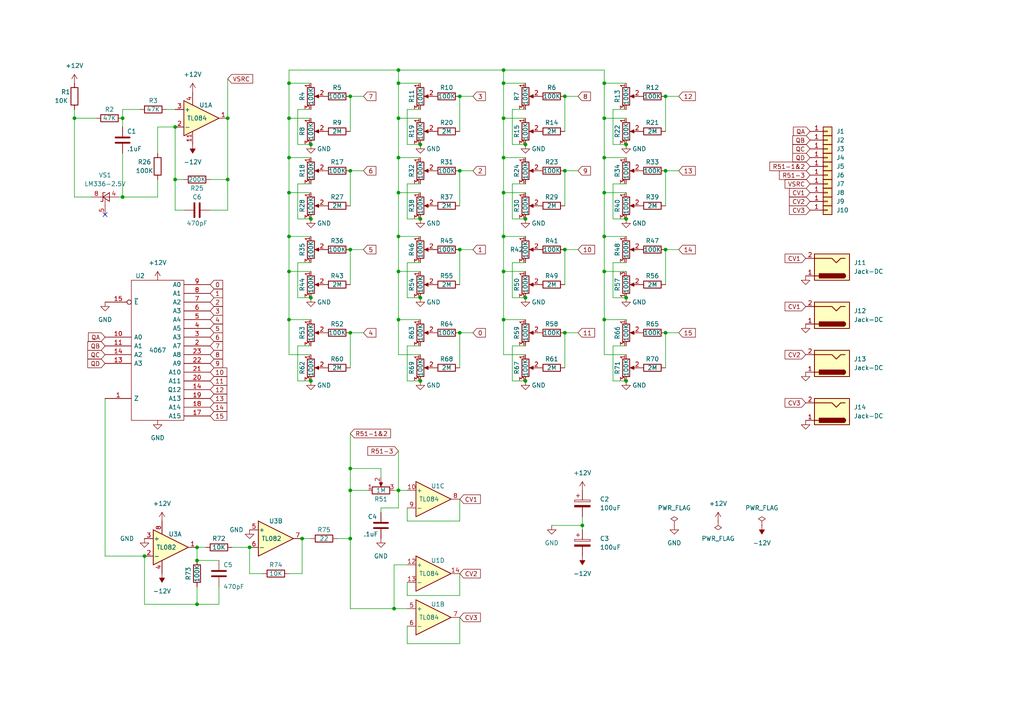
<source format=kicad_sch>
(kicad_sch (version 20211123) (generator eeschema)
  (paper "A4")
  (lib_symbols
    (symbol "4xxx_IEEE:4067" (pin_names (offset 0.762))
      (property "Reference" "U" (at 6.35 21.59 0))
      (property "Value" "4067" (at 7.62 -22.86 0))
      (symbol "4067_1_1"
        (pin input line (at -15.24 -13.97 0) (length 7.62) (name "Z") (number "1"))
        (pin input line (at -15.24 3.81 0) (length 7.62) (name "A0") (number "10"))
        (pin input line (at -15.24 1.27 0) (length 7.62) (name "A1") (number "11"))
        (pin power_in line (at 0 -20.32 90) (length 0) hide (name "Vss") (number "12"))
        (pin input line (at -15.24 -3.81 0) (length 7.62) (name "A3") (number "13"))
        (pin input line (at -15.24 -1.27 0) (length 7.62) (name "A2") (number "14"))
        (pin output line (at 15.24 -11.43 180) (length 7.62) (name "Q12") (number "14"))
        (pin input inverted (at -15.24 13.97 0) (length 7.62) (name "~{E}") (number "15"))
        (pin output line (at 15.24 -19.05 180) (length 7.62) (name "A15") (number "17"))
        (pin output line (at 15.24 -16.51 180) (length 7.62) (name "A14") (number "18"))
        (pin output line (at 15.24 -13.97 180) (length 7.62) (name "A13") (number "19"))
        (pin output line (at 15.24 1.27 180) (length 7.62) (name "A7") (number "2"))
        (pin output line (at 15.24 -8.89 180) (length 7.62) (name "A11") (number "20"))
        (pin output line (at 15.24 -6.35 180) (length 7.62) (name "A10") (number "21"))
        (pin output line (at 15.24 -3.81 180) (length 7.62) (name "A9") (number "22"))
        (pin output line (at 15.24 -1.27 180) (length 7.62) (name "A8") (number "23"))
        (pin power_in line (at 0 20.32 270) (length 0) hide (name "Vdd") (number "24"))
        (pin output line (at 15.24 3.81 180) (length 7.62) (name "A3") (number "3"))
        (pin output line (at 15.24 6.35 180) (length 7.62) (name "A5") (number "4"))
        (pin output line (at 15.24 8.89 180) (length 7.62) (name "A4") (number "5"))
        (pin output line (at 15.24 11.43 180) (length 7.62) (name "A3") (number "6"))
        (pin output line (at 15.24 13.97 180) (length 7.62) (name "A2") (number "7"))
        (pin output line (at 15.24 16.51 180) (length 7.62) (name "A1") (number "8"))
        (pin output line (at 15.24 19.05 180) (length 7.62) (name "A0") (number "9"))
      )
    )
    (symbol "Amplifier_Operational:TL082" (pin_names (offset 0.127))
      (property "Reference" "U" (at 0 5.08 0))
      (property "Value" "TL082" (at 0 -5.08 0))
      (symbol "TL082_1_1"
        (pin output line (at 7.62 0 180) (length 2.54) (name "~") (number "1"))
        (pin input line (at -7.62 -2.54 0) (length 2.54) (name "-") (number "2"))
        (pin input line (at -7.62 2.54 0) (length 2.54) (name "+") (number "3"))
      )
      (symbol "TL082_2_1"
        (pin input line (at -7.62 2.54 0) (length 2.54) (name "+") (number "5"))
        (pin input line (at -7.62 -2.54 0) (length 2.54) (name "-") (number "6"))
        (pin output line (at 7.62 0 180) (length 2.54) (name "~") (number "7"))
      )
      (symbol "TL082_3_1"
        (pin power_in line (at -2.54 -7.62 90) (length 3.81) (name "V-") (number "4"))
        (pin power_in line (at -2.54 7.62 270) (length 3.81) (name "V+") (number "8"))
      )
    )
    (symbol "Amplifier_Operational:TL084" (pin_names (offset 0.127))
      (property "Reference" "U" (at 0 5.08 0))
      (property "Value" "TL084" (at 0 -5.08 0))
      (symbol "TL084_1_1"
        (pin output line (at 7.62 0 180) (length 2.54) (name "~") (number "1"))
        (pin input line (at -7.62 -2.54 0) (length 2.54) (name "-") (number "2"))
        (pin input line (at -7.62 2.54 0) (length 2.54) (name "+") (number "3"))
      )
      (symbol "TL084_2_1"
        (pin input line (at -7.62 2.54 0) (length 2.54) (name "+") (number "5"))
        (pin input line (at -7.62 -2.54 0) (length 2.54) (name "-") (number "6"))
        (pin output line (at 7.62 0 180) (length 2.54) (name "~") (number "7"))
      )
      (symbol "TL084_3_1"
        (pin input line (at -7.62 2.54 0) (length 2.54) (name "+") (number "10"))
        (pin output line (at 7.62 0 180) (length 2.54) (name "~") (number "8"))
        (pin input line (at -7.62 -2.54 0) (length 2.54) (name "-") (number "9"))
      )
      (symbol "TL084_4_1"
        (pin input line (at -7.62 2.54 0) (length 2.54) (name "+") (number "12"))
        (pin input line (at -7.62 -2.54 0) (length 2.54) (name "-") (number "13"))
        (pin output line (at 7.62 0 180) (length 2.54) (name "~") (number "14"))
      )
      (symbol "TL084_5_1"
        (pin power_in line (at -2.54 -7.62 90) (length 3.81) (name "V-") (number "11"))
        (pin power_in line (at -2.54 7.62 270) (length 3.81) (name "V+") (number "4"))
      )
    )
    (symbol "Connector:Jack-DC" (pin_names (offset 1.016))
      (property "Reference" "J" (at 0 5.334 0))
      (property "Value" "Jack-DC" (at 0 -5.08 0))
      (symbol "Jack-DC_1_1"
        (pin passive line (at 7.62 2.54 180) (length 2.54) (name "~") (number "1"))
        (pin passive line (at 7.62 -2.54 180) (length 2.54) (name "~") (number "2"))
      )
    )
    (symbol "Connector_Generic:Conn_01x01" (pin_names (offset 1.016) hide)
      (property "Reference" "J" (at 0 2.54 0))
      (property "Value" "Conn_01x01" (at 0 -2.54 0))
      (symbol "Conn_01x01_1_1"
        (pin passive line (at -5.08 0 0) (length 3.81) (name "Pin_1") (number "1"))
      )
    )
    (symbol "Device:C" (pin_numbers hide) (pin_names (offset 0.254))
      (property "Reference" "C" (at 0.635 2.54 0))
      (property "Value" "C" (at 0.635 -2.54 0))
      (symbol "C_1_1"
        (pin passive line (at 0 3.81 270) (length 2.794) (name "~") (number "1"))
        (pin passive line (at 0 -3.81 90) (length 2.794) (name "~") (number "2"))
      )
    )
    (symbol "Device:C_Polarized" (pin_numbers hide) (pin_names (offset 0.254))
      (property "Reference" "C" (at 0.635 2.54 0))
      (property "Value" "C_Polarized" (at 0.635 -2.54 0))
      (symbol "C_Polarized_1_1"
        (pin passive line (at 0 3.81 270) (length 2.794) (name "~") (number "1"))
        (pin passive line (at 0 -3.81 90) (length 2.794) (name "~") (number "2"))
      )
    )
    (symbol "Device:R" (pin_numbers hide) (pin_names (offset 0))
      (property "Reference" "R" (at 2.032 0 90))
      (property "Value" "R" (at 0 0 90))
      (symbol "R_1_1"
        (pin passive line (at 0 3.81 270) (length 1.27) (name "~") (number "1"))
        (pin passive line (at 0 -3.81 90) (length 1.27) (name "~") (number "2"))
      )
    )
    (symbol "Device:R_Potentiometer" (pin_names (offset 1.016) hide)
      (property "Reference" "RV" (at -4.445 0 90))
      (property "Value" "R_Potentiometer" (at -2.54 0 90))
      (symbol "R_Potentiometer_1_1"
        (pin passive line (at 0 3.81 270) (length 1.27) (name "1") (number "1"))
        (pin passive line (at 3.81 0 180) (length 1.27) (name "2") (number "2"))
        (pin passive line (at 0 -3.81 90) (length 1.27) (name "3") (number "3"))
      )
    )
    (symbol "Reference_Voltage:LM285M-ADJ" (pin_names (offset 0.0254) hide)
      (property "Reference" "U" (at 1.905 3.81 0))
      (property "Value" "LM285M-ADJ" (at 0 -3.175 0))
      (symbol "LM285M-ADJ_1_1"
        (pin passive line (at -3.81 0 0) (length 2.54) (name "A") (number "4"))
        (pin input line (at 0 5.08 270) (length 2.54) (name "FB") (number "5"))
        (pin passive line (at 3.81 0 180) (length 2.54) (name "K") (number "8"))
      )
    )
    (symbol "TL082_1" (pin_names (offset 0.127) hide)
      (property "Reference" "U" (at 0 5.08 0))
      (property "Value" "TL082_1" (at 0 -5.08 0))
      (symbol "TL082_1_1_1"
        (pin output line (at 7.62 0 180) (length 2.54) (name "~") (number "1"))
        (pin input line (at -7.62 -2.54 0) (length 2.54) (name "-") (number "2"))
        (pin input line (at -7.62 2.54 0) (length 2.54) (name "+") (number "3"))
      )
      (symbol "TL082_1_2_1"
        (pin input line (at -7.62 2.54 0) (length 2.54) (name "+") (number "5"))
        (pin input line (at -7.62 -2.54 0) (length 2.54) (name "-") (number "6"))
        (pin output line (at 7.62 0 180) (length 2.54) (name "~") (number "7"))
      )
      (symbol "TL082_1_3_1"
        (pin power_in line (at -2.54 -7.62 90) (length 3.81) (name "V-") (number "4"))
        (pin power_in line (at -2.54 7.62 270) (length 3.81) (name "V+") (number "8"))
      )
    )
    (symbol "TL084_1" (pin_names (offset 0.127) hide)
      (property "Reference" "U" (at 0 5.08 0))
      (property "Value" "TL084_1" (at 0 -5.08 0))
      (symbol "TL084_1_1_1"
        (pin output line (at 7.62 0 180) (length 2.54) (name "~") (number "1"))
        (pin input line (at -7.62 -2.54 0) (length 2.54) (name "-") (number "2"))
        (pin input line (at -7.62 2.54 0) (length 2.54) (name "+") (number "3"))
      )
      (symbol "TL084_1_2_1"
        (pin input line (at -7.62 2.54 0) (length 2.54) (name "+") (number "5"))
        (pin input line (at -7.62 -2.54 0) (length 2.54) (name "-") (number "6"))
        (pin output line (at 7.62 0 180) (length 2.54) (name "~") (number "7"))
      )
      (symbol "TL084_1_3_1"
        (pin input line (at -7.62 2.54 0) (length 2.54) (name "+") (number "10"))
        (pin output line (at 7.62 0 180) (length 2.54) (name "~") (number "8"))
        (pin input line (at -7.62 -2.54 0) (length 2.54) (name "-") (number "9"))
      )
      (symbol "TL084_1_4_1"
        (pin input line (at -7.62 2.54 0) (length 2.54) (name "+") (number "12"))
        (pin input line (at -7.62 -2.54 0) (length 2.54) (name "-") (number "13"))
        (pin output line (at 7.62 0 180) (length 2.54) (name "~") (number "14"))
      )
      (symbol "TL084_1_5_1"
        (pin power_in line (at -2.54 -7.62 90) (length 3.81) (name "V-") (number "11"))
        (pin power_in line (at -2.54 7.62 270) (length 3.81) (name "V+") (number "4"))
      )
    )
    (symbol "power:+12V" (power) (pin_names (offset 0))
      (property "Value" "+12V" (at 0 3.556 0))
      (symbol "+12V_1_1"
        (pin power_in line (at 0 0 90) (length 0) hide (name "+12V") (number "1"))
      )
    )
    (symbol "power:-12V" (power) (pin_names (offset 0))
      (property "Value" "-12V" (at 0 3.81 0))
      (symbol "-12V_0_0"
        (pin power_in line (at 0 0 90) (length 0) hide (name "-12V") (number "1"))
      )
    )
    (symbol "power:GND" (power) (pin_names (offset 0))
      (property "Value" "GND" (at 0 -3.81 0))
      (symbol "GND_1_1"
        (pin power_in line (at 0 0 270) (length 0) hide (name "GND") (number "1"))
      )
    )
    (symbol "power:PWR_FLAG" (power) (pin_numbers hide) (pin_names (offset 0) hide)
      (property "Value" "PWR_FLAG" (at 0 3.81 0))
      (symbol "PWR_FLAG_0_0"
        (pin power_out line (at 0 0 90) (length 0) (name "pwr") (number "1"))
      )
    )
  )
  (junction (at 83.82 34.29))
  (junction (at 90.17 41.91))
  (junction (at 175.26 34.29))
  (junction (at 90.17 63.5))
  (junction (at 115.57 92.71))
  (junction (at 50.8 36.83))
  (junction (at 101.6 142.24))
  (junction (at 193.04 96.52))
  (junction (at 114.3 176.53))
  (junction (at 115.57 78.74))
  (junction (at 121.92 110.49))
  (junction (at 168.91 152.4))
  (junction (at 115.57 45.72))
  (junction (at 101.6 135.89))
  (junction (at 152.4 86.36))
  (junction (at 146.05 92.71))
  (junction (at 50.8 52.07))
  (junction (at 146.05 24.13))
  (junction (at 35.56 34.29))
  (junction (at 146.05 45.72))
  (junction (at 87.63 156.21))
  (junction (at 146.05 34.29))
  (junction (at 175.26 78.74))
  (junction (at 115.57 24.13))
  (junction (at 152.4 63.5))
  (junction (at 163.83 49.53))
  (junction (at 133.35 96.52))
  (junction (at 181.61 86.36))
  (junction (at 101.6 156.21))
  (junction (at 21.59 34.29))
  (junction (at 90.17 86.36))
  (junction (at 163.83 96.52))
  (junction (at 121.92 63.5))
  (junction (at 146.05 20.32))
  (junction (at 163.83 72.39))
  (junction (at 72.39 158.75))
  (junction (at 101.6 72.39))
  (junction (at 175.26 68.58))
  (junction (at 146.05 55.88))
  (junction (at 121.92 86.36))
  (junction (at 41.91 161.29))
  (junction (at 115.57 142.24))
  (junction (at 175.26 92.71))
  (junction (at 101.6 27.94))
  (junction (at 181.61 41.91))
  (junction (at 57.15 158.75))
  (junction (at 83.82 55.88))
  (junction (at 57.15 175.26))
  (junction (at 83.82 24.13))
  (junction (at 57.15 162.56))
  (junction (at 115.57 34.29))
  (junction (at 152.4 41.91))
  (junction (at 193.04 27.94))
  (junction (at 121.92 41.91))
  (junction (at 66.04 34.29))
  (junction (at 115.57 55.88))
  (junction (at 83.82 68.58))
  (junction (at 181.61 63.5))
  (junction (at 115.57 68.58))
  (junction (at 133.35 72.39))
  (junction (at 83.82 45.72))
  (junction (at 152.4 110.49))
  (junction (at 83.82 78.74))
  (junction (at 101.6 49.53))
  (junction (at 133.35 27.94))
  (junction (at 193.04 72.39))
  (junction (at 133.35 49.53))
  (junction (at 101.6 96.52))
  (junction (at 175.26 45.72))
  (junction (at 83.82 92.71))
  (junction (at 175.26 24.13))
  (junction (at 146.05 68.58))
  (junction (at 163.83 27.94))
  (junction (at 181.61 110.49))
  (junction (at 175.26 55.88))
  (junction (at 146.05 78.74))
  (junction (at 90.17 110.49))
  (junction (at 35.56 57.15))
  (junction (at 66.04 52.07))
  (junction (at 193.04 49.53))
  (junction (at 115.57 20.32))
  (no_connect (at 30.48 62.23))
  (wire (pts (xy 83.82 55.88) (xy 83.82 68.58)))
  (wire (pts (xy 83.82 78.74) (xy 83.82 68.58)))
  (wire (pts (xy 83.82 45.72) (xy 90.17 45.72)))
  (wire (pts (xy 133.35 151.13) (xy 133.35 144.78)))
  (wire (pts (xy 118.11 186.69) (xy 133.35 186.69)))
  (wire (pts (xy 177.8 63.5) (xy 177.8 53.34)))
  (wire (pts (xy 66.04 60.96) (xy 66.04 52.07)))
  (wire (pts (xy 90.17 55.88) (xy 83.82 55.88)))
  (wire (pts (xy 121.92 86.36) (xy 118.11 86.36)))
  (wire (pts (xy 50.8 52.07) (xy 53.34 52.07)))
  (wire (pts (xy 152.4 41.91) (xy 148.59 41.91)))
  (wire (pts (xy 168.91 149.86) (xy 168.91 152.4)))
  (wire (pts (xy 146.05 45.72) (xy 152.4 45.72)))
  (wire (pts (xy 175.26 34.29) (xy 175.26 45.72)))
  (wire (pts (xy 193.04 96.52) (xy 193.04 106.68)))
  (wire (pts (xy 160.02 152.4) (xy 168.91 152.4)))
  (wire (pts (xy 163.83 49.53) (xy 167.64 49.53)))
  (wire (pts (xy 72.39 166.37) (xy 76.2 166.37)))
  (wire (pts (xy 101.6 135.89) (xy 110.49 135.89)))
  (wire (pts (xy 118.11 86.36) (xy 118.11 76.2)))
  (wire (pts (xy 90.17 63.5) (xy 86.36 63.5)))
  (wire (pts (xy 152.4 86.36) (xy 148.59 86.36)))
  (wire (pts (xy 115.57 20.32) (xy 146.05 20.32)))
  (wire (pts (xy 118.11 31.75) (xy 121.92 31.75)))
  (wire (pts (xy 146.05 78.74) (xy 146.05 68.58)))
  (wire (pts (xy 26.67 57.15) (xy 21.59 57.15)))
  (wire (pts (xy 177.8 86.36) (xy 177.8 76.2)))
  (wire (pts (xy 177.8 41.91) (xy 177.8 31.75)))
  (wire (pts (xy 35.56 34.29) (xy 35.56 36.83)))
  (wire (pts (xy 90.17 110.49) (xy 86.36 110.49)))
  (wire (pts (xy 90.17 78.74) (xy 83.82 78.74)))
  (wire (pts (xy 146.05 24.13) (xy 146.05 20.32)))
  (wire (pts (xy 50.8 36.83) (xy 50.8 52.07)))
  (wire (pts (xy 163.83 27.94) (xy 167.64 27.94)))
  (wire (pts (xy 35.56 31.75) (xy 40.64 31.75)))
  (wire (pts (xy 90.17 41.91) (xy 86.36 41.91)))
  (wire (pts (xy 34.29 57.15) (xy 35.56 57.15)))
  (wire (pts (xy 35.56 34.29) (xy 35.56 31.75)))
  (wire (pts (xy 146.05 102.87) (xy 146.05 92.71)))
  (wire (pts (xy 121.92 102.87) (xy 115.57 102.87)))
  (wire (pts (xy 115.57 102.87) (xy 115.57 92.71)))
  (wire (pts (xy 175.26 34.29) (xy 175.26 24.13)))
  (wire (pts (xy 50.8 60.96) (xy 53.34 60.96)))
  (wire (pts (xy 115.57 68.58) (xy 121.92 68.58)))
  (wire (pts (xy 148.59 86.36) (xy 148.59 76.2)))
  (wire (pts (xy 175.26 102.87) (xy 175.26 92.71)))
  (wire (pts (xy 118.11 53.34) (xy 121.92 53.34)))
  (wire (pts (xy 152.4 102.87) (xy 146.05 102.87)))
  (wire (pts (xy 101.6 156.21) (xy 101.6 142.24)))
  (wire (pts (xy 152.4 63.5) (xy 148.59 63.5)))
  (wire (pts (xy 48.26 31.75) (xy 50.8 31.75)))
  (wire (pts (xy 83.82 92.71) (xy 90.17 92.71)))
  (wire (pts (xy 101.6 49.53) (xy 101.6 59.69)))
  (wire (pts (xy 83.82 24.13) (xy 83.82 20.32)))
  (wire (pts (xy 115.57 20.32) (xy 115.57 24.13)))
  (wire (pts (xy 146.05 34.29) (xy 146.05 45.72)))
  (wire (pts (xy 41.91 161.29) (xy 30.48 161.29)))
  (wire (pts (xy 57.15 158.75) (xy 59.69 158.75)))
  (wire (pts (xy 50.8 36.83) (xy 45.72 36.83)))
  (wire (pts (xy 146.05 20.32) (xy 175.26 20.32)))
  (wire (pts (xy 41.91 175.26) (xy 57.15 175.26)))
  (wire (pts (xy 175.26 24.13) (xy 181.61 24.13)))
  (wire (pts (xy 83.82 24.13) (xy 90.17 24.13)))
  (wire (pts (xy 133.35 49.53) (xy 137.16 49.53)))
  (wire (pts (xy 86.36 31.75) (xy 90.17 31.75)))
  (wire (pts (xy 118.11 163.83) (xy 114.3 163.83)))
  (wire (pts (xy 193.04 27.94) (xy 196.85 27.94)))
  (wire (pts (xy 175.26 78.74) (xy 175.26 68.58)))
  (wire (pts (xy 152.4 78.74) (xy 146.05 78.74)))
  (wire (pts (xy 101.6 72.39) (xy 101.6 82.55)))
  (wire (pts (xy 101.6 72.39) (xy 105.41 72.39)))
  (wire (pts (xy 115.57 78.74) (xy 115.57 68.58)))
  (wire (pts (xy 118.11 76.2) (xy 121.92 76.2)))
  (wire (pts (xy 148.59 100.33) (xy 152.4 100.33)))
  (wire (pts (xy 118.11 41.91) (xy 118.11 31.75)))
  (wire (pts (xy 163.83 49.53) (xy 163.83 59.69)))
  (wire (pts (xy 115.57 92.71) (xy 121.92 92.71)))
  (wire (pts (xy 133.35 27.94) (xy 137.16 27.94)))
  (wire (pts (xy 175.26 78.74) (xy 175.26 92.71)))
  (wire (pts (xy 101.6 27.94) (xy 101.6 38.1)))
  (wire (pts (xy 118.11 168.91) (xy 118.11 172.72)))
  (wire (pts (xy 114.3 163.83) (xy 114.3 176.53)))
  (wire (pts (xy 87.63 156.21) (xy 90.17 156.21)))
  (wire (pts (xy 86.36 100.33) (xy 90.17 100.33)))
  (wire (pts (xy 66.04 52.07) (xy 66.04 34.29)))
  (wire (pts (xy 83.82 68.58) (xy 90.17 68.58)))
  (wire (pts (xy 148.59 31.75) (xy 152.4 31.75)))
  (wire (pts (xy 118.11 110.49) (xy 118.11 100.33)))
  (wire (pts (xy 57.15 175.26) (xy 63.5 175.26)))
  (wire (pts (xy 181.61 63.5) (xy 177.8 63.5)))
  (wire (pts (xy 181.61 78.74) (xy 175.26 78.74)))
  (wire (pts (xy 115.57 34.29) (xy 115.57 24.13)))
  (wire (pts (xy 181.61 34.29) (xy 175.26 34.29)))
  (wire (pts (xy 181.61 55.88) (xy 175.26 55.88)))
  (wire (pts (xy 146.05 68.58) (xy 152.4 68.58)))
  (wire (pts (xy 133.35 72.39) (xy 133.35 82.55)))
  (wire (pts (xy 83.82 34.29) (xy 83.82 24.13)))
  (wire (pts (xy 115.57 78.74) (xy 115.57 92.71)))
  (wire (pts (xy 118.11 181.61) (xy 118.11 186.69)))
  (wire (pts (xy 41.91 161.29) (xy 41.91 175.26)))
  (wire (pts (xy 133.35 186.69) (xy 133.35 179.07)))
  (wire (pts (xy 175.26 55.88) (xy 175.26 68.58)))
  (wire (pts (xy 115.57 142.24) (xy 115.57 147.32)))
  (wire (pts (xy 60.96 52.07) (xy 66.04 52.07)))
  (wire (pts (xy 146.05 55.88) (xy 146.05 68.58)))
  (wire (pts (xy 110.49 147.32) (xy 110.49 148.59)))
  (wire (pts (xy 163.83 27.94) (xy 163.83 38.1)))
  (wire (pts (xy 148.59 41.91) (xy 148.59 31.75)))
  (wire (pts (xy 50.8 52.07) (xy 50.8 60.96)))
  (wire (pts (xy 163.83 96.52) (xy 167.64 96.52)))
  (wire (pts (xy 148.59 63.5) (xy 148.59 53.34)))
  (wire (pts (xy 90.17 102.87) (xy 83.82 102.87)))
  (wire (pts (xy 146.05 24.13) (xy 152.4 24.13)))
  (wire (pts (xy 193.04 27.94) (xy 193.04 38.1)))
  (wire (pts (xy 152.4 110.49) (xy 148.59 110.49)))
  (wire (pts (xy 57.15 158.75) (xy 57.15 162.56)))
  (wire (pts (xy 133.35 96.52) (xy 133.35 106.68)))
  (wire (pts (xy 83.82 55.88) (xy 83.82 45.72)))
  (wire (pts (xy 114.3 142.24) (xy 115.57 142.24)))
  (wire (pts (xy 67.31 158.75) (xy 72.39 158.75)))
  (wire (pts (xy 181.61 110.49) (xy 177.8 110.49)))
  (wire (pts (xy 175.26 55.88) (xy 175.26 45.72)))
  (wire (pts (xy 83.82 102.87) (xy 83.82 92.71)))
  (wire (pts (xy 148.59 76.2) (xy 152.4 76.2)))
  (wire (pts (xy 121.92 55.88) (xy 115.57 55.88)))
  (wire (pts (xy 101.6 49.53) (xy 105.41 49.53)))
  (wire (pts (xy 152.4 55.88) (xy 146.05 55.88)))
  (wire (pts (xy 115.57 142.24) (xy 118.11 142.24)))
  (wire (pts (xy 146.05 34.29) (xy 146.05 24.13)))
  (wire (pts (xy 175.26 68.58) (xy 181.61 68.58)))
  (wire (pts (xy 118.11 63.5) (xy 118.11 53.34)))
  (wire (pts (xy 148.59 53.34) (xy 152.4 53.34)))
  (wire (pts (xy 152.4 34.29) (xy 146.05 34.29)))
  (wire (pts (xy 115.57 55.88) (xy 115.57 45.72)))
  (wire (pts (xy 101.6 96.52) (xy 105.41 96.52)))
  (wire (pts (xy 177.8 53.34) (xy 181.61 53.34)))
  (wire (pts (xy 133.35 27.94) (xy 133.35 38.1)))
  (wire (pts (xy 118.11 147.32) (xy 118.11 151.13)))
  (wire (pts (xy 175.26 20.32) (xy 175.26 24.13)))
  (wire (pts (xy 168.91 152.4) (xy 168.91 153.67)))
  (wire (pts (xy 181.61 86.36) (xy 177.8 86.36)))
  (wire (pts (xy 163.83 72.39) (xy 167.64 72.39)))
  (wire (pts (xy 181.61 41.91) (xy 177.8 41.91)))
  (wire (pts (xy 193.04 72.39) (xy 196.85 72.39)))
  (wire (pts (xy 101.6 96.52) (xy 101.6 106.68)))
  (wire (pts (xy 97.79 156.21) (xy 101.6 156.21)))
  (wire (pts (xy 86.36 41.91) (xy 86.36 31.75)))
  (wire (pts (xy 133.35 72.39) (xy 137.16 72.39)))
  (wire (pts (xy 110.49 135.89) (xy 110.49 138.43)))
  (wire (pts (xy 118.11 100.33) (xy 121.92 100.33)))
  (wire (pts (xy 21.59 34.29) (xy 21.59 31.75)))
  (wire (pts (xy 57.15 175.26) (xy 57.15 170.18)))
  (wire (pts (xy 115.57 24.13) (xy 121.92 24.13)))
  (wire (pts (xy 193.04 49.53) (xy 193.04 59.69)))
  (wire (pts (xy 133.35 49.53) (xy 133.35 59.69)))
  (wire (pts (xy 181.61 102.87) (xy 175.26 102.87)))
  (wire (pts (xy 115.57 55.88) (xy 115.57 68.58)))
  (wire (pts (xy 90.17 86.36) (xy 86.36 86.36)))
  (wire (pts (xy 193.04 96.52) (xy 196.85 96.52)))
  (wire (pts (xy 175.26 92.71) (xy 181.61 92.71)))
  (wire (pts (xy 35.56 57.15) (xy 45.72 57.15)))
  (wire (pts (xy 118.11 172.72) (xy 133.35 172.72)))
  (wire (pts (xy 101.6 176.53) (xy 101.6 156.21)))
  (wire (pts (xy 87.63 166.37) (xy 83.82 166.37)))
  (wire (pts (xy 30.48 161.29) (xy 30.48 115.57)))
  (wire (pts (xy 177.8 31.75) (xy 181.61 31.75)))
  (wire (pts (xy 86.36 110.49) (xy 86.36 100.33)))
  (wire (pts (xy 21.59 34.29) (xy 27.94 34.29)))
  (wire (pts (xy 72.39 158.75) (xy 72.39 166.37)))
  (wire (pts (xy 177.8 110.49) (xy 177.8 100.33)))
  (wire (pts (xy 118.11 176.53) (xy 114.3 176.53)))
  (wire (pts (xy 66.04 22.86) (xy 66.04 34.29)))
  (wire (pts (xy 163.83 72.39) (xy 163.83 82.55)))
  (wire (pts (xy 45.72 57.15) (xy 45.72 52.07)))
  (wire (pts (xy 83.82 20.32) (xy 115.57 20.32)))
  (wire (pts (xy 86.36 76.2) (xy 90.17 76.2)))
  (wire (pts (xy 121.92 78.74) (xy 115.57 78.74)))
  (wire (pts (xy 86.36 53.34) (xy 90.17 53.34)))
  (wire (pts (xy 21.59 57.15) (xy 21.59 34.29)))
  (wire (pts (xy 115.57 130.81) (xy 115.57 142.24)))
  (wire (pts (xy 45.72 36.83) (xy 45.72 44.45)))
  (wire (pts (xy 177.8 100.33) (xy 181.61 100.33)))
  (wire (pts (xy 146.05 78.74) (xy 146.05 92.71)))
  (wire (pts (xy 121.92 34.29) (xy 115.57 34.29)))
  (wire (pts (xy 115.57 34.29) (xy 115.57 45.72)))
  (wire (pts (xy 121.92 63.5) (xy 118.11 63.5)))
  (wire (pts (xy 60.96 60.96) (xy 66.04 60.96)))
  (wire (pts (xy 86.36 86.36) (xy 86.36 76.2)))
  (wire (pts (xy 118.11 151.13) (xy 133.35 151.13)))
  (wire (pts (xy 114.3 176.53) (xy 101.6 176.53)))
  (wire (pts (xy 133.35 96.52) (xy 137.16 96.52)))
  (wire (pts (xy 148.59 110.49) (xy 148.59 100.33)))
  (wire (pts (xy 121.92 41.91) (xy 118.11 41.91)))
  (wire (pts (xy 101.6 125.73) (xy 101.6 135.89)))
  (wire (pts (xy 63.5 175.26) (xy 63.5 170.18)))
  (wire (pts (xy 87.63 156.21) (xy 87.63 166.37)))
  (wire (pts (xy 133.35 172.72) (xy 133.35 166.37)))
  (wire (pts (xy 193.04 49.53) (xy 196.85 49.53)))
  (wire (pts (xy 101.6 27.94) (xy 105.41 27.94)))
  (wire (pts (xy 90.17 34.29) (xy 83.82 34.29)))
  (wire (pts (xy 177.8 76.2) (xy 181.61 76.2)))
  (wire (pts (xy 121.92 110.49) (xy 118.11 110.49)))
  (wire (pts (xy 83.82 78.74) (xy 83.82 92.71)))
  (wire (pts (xy 146.05 92.71) (xy 152.4 92.71)))
  (wire (pts (xy 101.6 142.24) (xy 101.6 135.89)))
  (wire (pts (xy 57.15 162.56) (xy 63.5 162.56)))
  (wire (pts (xy 163.83 96.52) (xy 163.83 106.68)))
  (wire (pts (xy 106.68 142.24) (xy 101.6 142.24)))
  (wire (pts (xy 115.57 45.72) (xy 121.92 45.72)))
  (wire (pts (xy 86.36 63.5) (xy 86.36 53.34)))
  (wire (pts (xy 115.57 147.32) (xy 110.49 147.32)))
  (wire (pts (xy 83.82 34.29) (xy 83.82 45.72)))
  (wire (pts (xy 175.26 45.72) (xy 181.61 45.72)))
  (wire (pts (xy 35.56 57.15) (xy 35.56 44.45)))
  (wire (pts (xy 146.05 55.88) (xy 146.05 45.72)))
  (wire (pts (xy 193.04 72.39) (xy 193.04 82.55)))
  (global_label "QC" (shape input) (at 234.95 43.18 180) (property "Intersheet References" "${INTERSHEET_REFS}" (effects hide)))
  (global_label "12" (shape input) (at 60.96 113.03 0) (property "Intersheet References" "${INTERSHEET_REFS}" (effects hide)))
  (global_label "7" (shape input) (at 105.41 27.94 0) (property "Intersheet References" "${INTERSHEET_REFS}" (effects hide)))
  (global_label "QB" (shape input) (at 30.48 100.33 180) (property "Intersheet References" "${INTERSHEET_REFS}" (effects hide)))
  (global_label "12" (shape input) (at 196.85 27.94 0) (property "Intersheet References" "${INTERSHEET_REFS}" (effects hide)))
  (global_label "R51-1&2" (shape input) (at 234.95 48.26 180) (property "Intersheet References" "${INTERSHEET_REFS}" (effects hide)))
  (global_label "VSRC" (shape input) (at 66.04 22.86 0) (property "Intersheet References" "${INTERSHEET_REFS}" (effects hide)))
  (global_label "10" (shape input) (at 60.96 107.95 0) (property "Intersheet References" "${INTERSHEET_REFS}" (effects hide)))
  (global_label "QD" (shape input) (at 234.95 45.72 180) (property "Intersheet References" "${INTERSHEET_REFS}" (effects hide)))
  (global_label "9" (shape input) (at 60.96 105.41 0) (property "Intersheet References" "${INTERSHEET_REFS}" (effects hide)))
  (global_label "2" (shape input) (at 60.96 87.63 0) (property "Intersheet References" "${INTERSHEET_REFS}" (effects hide)))
  (global_label "5" (shape input) (at 105.41 72.39 0) (property "Intersheet References" "${INTERSHEET_REFS}" (effects hide)))
  (global_label "6" (shape input) (at 105.41 49.53 0) (property "Intersheet References" "${INTERSHEET_REFS}" (effects hide)))
  (global_label "R51-1&2" (shape input) (at 101.6 125.73 0) (property "Intersheet References" "${INTERSHEET_REFS}" (effects hide)))
  (global_label "5" (shape input) (at 60.96 95.25 0) (property "Intersheet References" "${INTERSHEET_REFS}" (effects hide)))
  (global_label "R51-3" (shape input) (at 115.57 130.81 180) (property "Intersheet References" "${INTERSHEET_REFS}" (effects hide)))
  (global_label "CV1" (shape input) (at 133.35 144.78 0) (property "Intersheet References" "${INTERSHEET_REFS}" (effects hide)))
  (global_label "13" (shape input) (at 196.85 49.53 0) (property "Intersheet References" "${INTERSHEET_REFS}" (effects hide)))
  (global_label "7" (shape input) (at 60.96 100.33 0) (property "Intersheet References" "${INTERSHEET_REFS}" (effects hide)))
  (global_label "9" (shape input) (at 167.64 49.53 0) (property "Intersheet References" "${INTERSHEET_REFS}" (effects hide)))
  (global_label "QA" (shape input) (at 30.48 97.79 180) (property "Intersheet References" "${INTERSHEET_REFS}" (effects hide)))
  (global_label "4" (shape input) (at 60.96 92.71 0) (property "Intersheet References" "${INTERSHEET_REFS}" (effects hide)))
  (global_label "QA" (shape input) (at 234.95 38.1 180) (property "Intersheet References" "${INTERSHEET_REFS}" (effects hide)))
  (global_label "1" (shape input) (at 60.96 85.09 0) (property "Intersheet References" "${INTERSHEET_REFS}" (effects hide)))
  (global_label "CV2" (shape input) (at 233.68 102.87 180) (property "Intersheet References" "${INTERSHEET_REFS}" (effects hide)))
  (global_label "11" (shape input) (at 60.96 110.49 0) (property "Intersheet References" "${INTERSHEET_REFS}" (effects hide)))
  (global_label "8" (shape input) (at 167.64 27.94 0) (property "Intersheet References" "${INTERSHEET_REFS}" (effects hide)))
  (global_label "14" (shape input) (at 60.96 118.11 0) (property "Intersheet References" "${INTERSHEET_REFS}" (effects hide)))
  (global_label "CV1" (shape input) (at 234.95 55.88 180) (property "Intersheet References" "${INTERSHEET_REFS}" (effects hide)))
  (global_label "CV3" (shape input) (at 233.68 116.84 180) (property "Intersheet References" "${INTERSHEET_REFS}" (effects hide)))
  (global_label "8" (shape input) (at 60.96 102.87 0) (property "Intersheet References" "${INTERSHEET_REFS}" (effects hide)))
  (global_label "CV2" (shape input) (at 133.35 166.37 0) (property "Intersheet References" "${INTERSHEET_REFS}" (effects hide)))
  (global_label "VSRC" (shape input) (at 234.95 53.34 180) (property "Intersheet References" "${INTERSHEET_REFS}" (effects hide)))
  (global_label "13" (shape input) (at 60.96 115.57 0) (property "Intersheet References" "${INTERSHEET_REFS}" (effects hide)))
  (global_label "CV1" (shape input) (at 233.68 88.9 180) (property "Intersheet References" "${INTERSHEET_REFS}" (effects hide)))
  (global_label "6" (shape input) (at 60.96 97.79 0) (property "Intersheet References" "${INTERSHEET_REFS}" (effects hide)))
  (global_label "CV2" (shape input) (at 234.95 58.42 180) (property "Intersheet References" "${INTERSHEET_REFS}" (effects hide)))
  (global_label "10" (shape input) (at 167.64 72.39 0) (property "Intersheet References" "${INTERSHEET_REFS}" (effects hide)))
  (global_label "4" (shape input) (at 105.41 96.52 0) (property "Intersheet References" "${INTERSHEET_REFS}" (effects hide)))
  (global_label "QD" (shape input) (at 30.48 105.41 180) (property "Intersheet References" "${INTERSHEET_REFS}" (effects hide)))
  (global_label "14" (shape input) (at 196.85 72.39 0) (property "Intersheet References" "${INTERSHEET_REFS}" (effects hide)))
  (global_label "3" (shape input) (at 137.16 27.94 0) (property "Intersheet References" "${INTERSHEET_REFS}" (effects hide)))
  (global_label "2" (shape input) (at 137.16 49.53 0) (property "Intersheet References" "${INTERSHEET_REFS}" (effects hide)))
  (global_label "3" (shape input) (at 60.96 90.17 0) (property "Intersheet References" "${INTERSHEET_REFS}" (effects hide)))
  (global_label "QB" (shape input) (at 234.95 40.64 180) (property "Intersheet References" "${INTERSHEET_REFS}" (effects hide)))
  (global_label "15" (shape input) (at 60.96 120.65 0) (property "Intersheet References" "${INTERSHEET_REFS}" (effects hide)))
  (global_label "CV3" (shape input) (at 133.35 179.07 0) (property "Intersheet References" "${INTERSHEET_REFS}" (effects hide)))
  (global_label "11" (shape input) (at 167.64 96.52 0) (property "Intersheet References" "${INTERSHEET_REFS}" (effects hide)))
  (global_label "15" (shape input) (at 196.85 96.52 0) (property "Intersheet References" "${INTERSHEET_REFS}" (effects hide)))
  (global_label "0" (shape input) (at 60.96 82.55 0) (property "Intersheet References" "${INTERSHEET_REFS}" (effects hide)))
  (global_label "QC" (shape input) (at 30.48 102.87 180) (property "Intersheet References" "${INTERSHEET_REFS}" (effects hide)))
  (global_label "0" (shape input) (at 137.16 96.52 0) (property "Intersheet References" "${INTERSHEET_REFS}" (effects hide)))
  (global_label "CV3" (shape input) (at 234.95 60.96 180) (property "Intersheet References" "${INTERSHEET_REFS}" (effects hide)))
  (global_label "R51-3" (shape input) (at 234.95 50.8 180) (property "Intersheet References" "${INTERSHEET_REFS}" (effects hide)))
  (global_label "1" (shape input) (at 137.16 72.39 0) (property "Intersheet References" "${INTERSHEET_REFS}" (effects hide)))
  (global_label "CV1" (shape input) (at 233.68 74.93 180) (property "Intersheet References" "${INTERSHEET_REFS}" (effects hide)))
  (symbol (lib_id "Device:R") (at 160.02 106.68 90) (unit 1)
    (property "Reference" "R61" (at 160.02 104.14 90))
    (property "Value" "2M" (at 160.02 106.68 90))
  )
  (symbol (lib_id "Device:C") (at 63.5 166.37 0) (unit 1)
    (property "Reference" "C5" (at 64.77 163.83 0) (effects (justify left)))
    (property "Value" "470pF" (at 64.77 170.18 0) (effects (justify left)))
  )
  (symbol (lib_id "Reference_Voltage:LM285M-ADJ") (at 30.48 57.15 180) (unit 1)
    (property "Reference" "VS1" (at 30.48 50.8 0))
    (property "Value" "LM336-2.5V" (at 30.48 53.34 0))
    (property "Footprint" "Package_SO:SOIC-8_3.9x4.9mm_P1.27mm" (effects hide))
    (property "Datasheet" "http://www.ti.com/lit/ds/symlink/lm185-adj.pdf" (effects hide))
  )
  (symbol (lib_id "Device:R_Potentiometer") (at 181.61 38.1 0) (unit 1)
    (property "Reference" "R22" (at 179.07 38.1 90))
    (property "Value" "100K" (at 181.61 38.1 90))
  )
  (symbol (lib_id "power:GND") (at 195.58 152.4 0) (unit 1)
    (property "Reference" "#PWR0101" (effects hide))
    (property "Value" "GND" (at 195.58 157.48 0))
  )
  (symbol (lib_id "Device:R_Potentiometer") (at 152.4 38.1 0) (unit 1)
    (property "Reference" "R15" (at 149.86 38.1 90))
    (property "Value" "100K" (at 152.4 38.1 90))
  )
  (symbol (lib_id "Device:C") (at 57.15 60.96 90) (unit 1)
    (property "Reference" "C6" (at 57.15 57.15 90))
    (property "Value" "470pF" (at 57.15 64.77 90))
  )
  (symbol (lib_id "power:GND") (at 45.72 121.92 0) (unit 1)
    (property "Reference" "#PWR05" (effects hide))
    (property "Value" "GND" (at 45.72 127 0))
  )
  (symbol (lib_id "Device:R") (at 57.15 166.37 180) (unit 1)
    (property "Reference" "R73" (at 54.61 166.37 90))
    (property "Value" "100K" (at 57.15 166.37 90))
  )
  (symbol (lib_id "power:GND") (at 181.61 86.36 0) (unit 1)
    (property "Reference" "#PWR029" (effects hide))
    (property "Value" "GND" (at 185.42 87.63 0))
  )
  (symbol (lib_id "Device:R") (at 129.54 49.53 90) (unit 1)
    (property "Reference" "R31" (at 129.54 46.99 90))
    (property "Value" "100K" (at 129.54 49.53 90))
  )
  (symbol (lib_id "power:-12V") (at 168.91 161.29 0) (mirror x) (unit 1)
    (property "Reference" "#PWR026" (effects hide))
    (property "Value" "-12V" (at 168.91 166.37 0))
  )
  (symbol (lib_id "Connector_Generic:Conn_01x01") (at 240.03 45.72 0) (unit 1) (in_bom no)
    (property "Reference" "J4" (at 242.57 45.7199 0) (effects (justify left)))
    (property "Value" "Conn_01x01" (effects hide))
  )
  (symbol (lib_id "Device:R") (at 129.54 96.52 90) (unit 1)
    (property "Reference" "R64" (at 129.54 93.98 90))
    (property "Value" "100K" (at 129.54 96.52 90))
  )
  (symbol (lib_id "Device:R_Potentiometer") (at 181.61 82.55 0) (mirror x) (unit 1)
    (property "Reference" "R57" (at 179.07 82.55 90))
    (property "Value" "100K" (at 181.61 82.55 90))
  )
  (symbol (lib_id "Device:R") (at 189.23 96.52 90) (unit 1)
    (property "Reference" "R65" (at 189.23 93.98 90))
    (property "Value" "100K" (at 189.23 96.52 90))
  )
  (symbol (lib_id "Connector:Jack-DC") (at 241.3 77.47 180) (unit 1)
    (property "Reference" "J11" (at 247.65 76.1999 0) (effects (justify right)))
    (property "Value" "Jack-DC" (at 247.65 78.7399 0) (effects (justify right)))
  )
  (symbol (lib_id "power:+12V") (at 55.88 26.67 0) (unit 1)
    (property "Reference" "#PWR08" (effects hide))
    (property "Value" "+12V" (at 55.88 21.59 0))
  )
  (symbol (lib_id "Amplifier_Operational:TL082") (at 49.53 158.75 0) (unit 1)
    (property "Reference" "U3" (at 50.8 154.94 0))
    (property "Value" "TL082" (at 48.26 158.75 0))
    (property "Datasheet" "http://www.ti.com/lit/ds/symlink/tl081.pdf" (effects hide))
  )
  (symbol (lib_id "4xxx_IEEE:4067") (at 45.72 101.6 0) (unit 1)
    (property "Reference" "U2" (at 40.64 80.01 0))
    (property "Value" "4067" (at 45.72 101.6 0))
  )
  (symbol (lib_id "Device:C_Polarized") (at 168.91 157.48 0) (unit 1)
    (property "Reference" "C3" (at 173.99 156.2099 0) (effects (justify left)))
    (property "Value" "100uF" (at 173.99 158.7499 0) (effects (justify left)))
  )
  (symbol (lib_id "Amplifier_Operational:TL084") (at 125.73 144.78 0) (unit 3)
    (property "Reference" "U1" (at 127 140.97 0))
    (property "Value" "TL084" (at 124.46 144.78 0))
    (property "Datasheet" "http://www.ti.com/lit/ds/symlink/tl081.pdf" (effects hide))
  )
  (symbol (lib_id "power:GND") (at 41.91 156.21 0) (unit 1)
    (property "Reference" "#PWR03" (effects hide))
    (property "Value" "GND" (at 36.83 156.21 0))
  )
  (symbol (lib_id "power:GND") (at 181.61 63.5 0) (unit 1)
    (property "Reference" "#PWR028" (effects hide))
    (property "Value" "GND" (at 185.42 64.77 0))
  )
  (symbol (lib_id "Device:R_Potentiometer") (at 152.4 96.52 0) (unit 1)
    (property "Reference" "R59" (at 149.86 96.52 90))
    (property "Value" "100K" (at 152.4 96.52 90))
  )
  (symbol (lib_id "Device:R") (at 189.23 72.39 90) (unit 1)
    (property "Reference" "R47" (at 189.23 69.85 90))
    (property "Value" "100K" (at 189.23 72.39 90))
    (property "Footprint" "R56" (effects hide))
  )
  (symbol (lib_id "Device:R") (at 160.02 96.52 90) (unit 1)
    (property "Reference" "R58" (at 160.02 93.98 90))
    (property "Value" "100K" (at 160.02 96.52 90))
  )
  (symbol (lib_id "power:GND") (at 121.92 41.91 0) (unit 1)
    (property "Reference" "#PWR016" (effects hide))
    (property "Value" "GND" (at 125.73 43.18 0))
  )
  (symbol (lib_id "Device:R_Potentiometer") (at 121.92 27.94 0) (unit 1)
    (property "Reference" "R11" (at 119.38 27.94 90))
    (property "Value" "100K" (at 121.92 27.94 90))
  )
  (symbol (lib_id "power:GND") (at 152.4 110.49 0) (unit 1)
    (property "Reference" "#PWR023" (effects hide))
    (property "Value" "GND" (at 156.21 111.76 0))
  )
  (symbol (lib_id "power:-12V") (at 46.99 166.37 0) (mirror x) (unit 1)
    (property "Reference" "#PWR07" (effects hide))
    (property "Value" "-12V" (at 46.99 171.45 0))
  )
  (symbol (lib_id "power:GND") (at 90.17 63.5 0) (unit 1)
    (property "Reference" "#PWR012" (effects hide))
    (property "Value" "GND" (at 93.98 64.77 0))
  )
  (symbol (lib_id "Device:R_Potentiometer") (at 152.4 49.53 0) (unit 1)
    (property "Reference" "R24" (at 149.86 49.53 90))
    (property "Value" "100K" (at 152.4 49.53 90))
  )
  (symbol (lib_id "power:GND") (at 233.68 107.95 0) (unit 1)
    (property "Reference" "#PWR033" (effects hide))
    (property "Value" "GND" (effects hide))
  )
  (symbol (lib_id "power:GND") (at 72.39 153.67 0) (unit 1)
    (property "Reference" "#PWR010" (effects hide))
    (property "Value" "GND" (at 68.58 153.67 0))
  )
  (symbol (lib_id "Device:R") (at 63.5 158.75 90) (unit 1)
    (property "Reference" "R72" (at 63.5 156.21 90))
    (property "Value" "10K" (at 63.5 158.75 90))
  )
  (symbol (lib_id "power:GND") (at 152.4 86.36 0) (unit 1)
    (property "Reference" "#PWR022" (effects hide))
    (property "Value" "GND" (at 156.21 87.63 0))
  )
  (symbol (lib_id "power:GND") (at 152.4 41.91 0) (unit 1)
    (property "Reference" "#PWR020" (effects hide))
    (property "Value" "GND" (at 156.21 43.18 0))
  )
  (symbol (lib_id "Device:R_Potentiometer") (at 90.17 59.69 0) (unit 1)
    (property "Reference" "R28" (at 87.63 59.69 90))
    (property "Value" "100K" (at 90.17 59.69 90))
  )
  (symbol (lib_id "Device:R_Potentiometer") (at 121.92 38.1 0) (unit 1)
    (property "Reference" "R19" (at 119.38 38.1 90))
    (property "Value" "100K" (at 121.92 38.1 90))
  )
  (symbol (lib_id "Device:R") (at 97.79 82.55 90) (unit 1)
    (property "Reference" "R43" (at 97.79 80.01 90))
    (property "Value" "2M" (at 97.79 82.55 90))
  )
  (symbol (lib_id "Device:R") (at 97.79 72.39 90) (unit 1)
    (property "Reference" "R36" (at 97.79 69.85 90))
    (property "Value" "100K" (at 97.79 72.39 90))
  )
  (symbol (lib_id "Device:R_Potentiometer") (at 181.61 49.53 0) (unit 1)
    (property "Reference" "R34" (at 179.07 49.53 90))
    (property "Value" "100K" (at 181.61 49.53 90))
  )
  (symbol (lib_id "Device:R") (at 160.02 72.39 90) (unit 1)
    (property "Reference" "R41" (at 160.02 69.85 90))
    (property "Value" "100K" (at 160.02 72.39 90))
  )
  (symbol (lib_id "Connector_Generic:Conn_01x01") (at 240.03 50.8 0) (unit 1) (in_bom no)
    (property "Reference" "J6" (at 242.57 50.7999 0) (effects (justify left)))
    (property "Value" "Conn_01x01" (effects hide))
  )
  (symbol (lib_id "Device:R") (at 129.54 59.69 90) (unit 1)
    (property "Reference" "R37" (at 129.54 57.15 90))
    (property "Value" "2M" (at 129.54 59.69 90))
  )
  (symbol (lib_id "Device:R_Potentiometer") (at 181.61 27.94 0) (unit 1)
    (property "Reference" "R13" (at 179.07 27.94 90))
    (property "Value" "100K" (at 181.61 27.94 90))
  )
  (symbol (lib_id "power:GND") (at 181.61 110.49 0) (unit 1)
    (property "Reference" "#PWR030" (effects hide))
    (property "Value" "GND" (at 185.42 111.76 0))
  )
  (symbol (lib_id "Connector_Generic:Conn_01x01") (at 240.03 60.96 0) (unit 1) (in_bom no)
    (property "Reference" "J10" (at 242.57 60.9599 0) (effects (justify left)))
    (property "Value" "Conn_01x01" (effects hide))
  )
  (symbol (lib_id "Device:R") (at 189.23 49.53 90) (unit 1)
    (property "Reference" "R33" (at 189.23 46.99 90))
    (property "Value" "100K" (at 189.23 49.53 90))
  )
  (symbol (lib_id "Device:R_Potentiometer") (at 90.17 38.1 0) (unit 1)
    (property "Reference" "R8" (at 87.63 38.1 90))
    (property "Value" "100K" (at 90.17 38.1 90))
  )
  (symbol (lib_id "Device:R") (at 93.98 156.21 90) (unit 1)
    (property "Reference" "R75" (at 93.98 153.67 90))
    (property "Value" "22" (at 93.98 156.21 90))
  )
  (symbol (lib_id "Device:R") (at 189.23 27.94 90) (unit 1)
    (property "Reference" "R12" (at 189.23 25.4 90))
    (property "Value" "100K" (at 189.23 27.94 90))
  )
  (symbol (lib_id "power:GND") (at 90.17 110.49 0) (unit 1)
    (property "Reference" "#PWR014" (effects hide))
    (property "Value" "GND" (at 93.98 111.76 0))
  )
  (symbol (lib_id "power:GND") (at 152.4 63.5 0) (unit 1)
    (property "Reference" "#PWR021" (effects hide))
    (property "Value" "GND" (at 156.21 64.77 0))
  )
  (symbol (lib_id "Connector:Jack-DC") (at 241.3 119.38 180) (unit 1)
    (property "Reference" "J14" (at 247.65 118.1099 0) (effects (justify right)))
    (property "Value" "Jack-DC" (at 247.65 120.6499 0) (effects (justify right)))
  )
  (symbol (lib_id "power:GND") (at 233.68 80.01 0) (unit 1)
    (property "Reference" "#PWR031" (effects hide))
    (property "Value" "GND" (effects hide))
  )
  (symbol (lib_id "Device:R") (at 129.54 82.55 90) (unit 1)
    (property "Reference" "R55" (at 129.54 80.01 90))
    (property "Value" "2M" (at 129.54 82.55 90))
  )
  (symbol (lib_id "Amplifier_Operational:TL084") (at 125.73 166.37 0) (unit 4)
    (property "Reference" "U1" (at 127 162.56 0))
    (property "Value" "TL084" (at 124.46 166.37 0))
    (property "Datasheet" "http://www.ti.com/lit/ds/symlink/tl081.pdf" (effects hide))
  )
  (symbol (lib_id "Device:R") (at 44.45 31.75 90) (unit 1)
    (property "Reference" "R3" (at 44.45 29.21 90))
    (property "Value" "47K" (at 44.45 31.75 90))
  )
  (symbol (lib_id "power:GND") (at 181.61 41.91 0) (unit 1)
    (property "Reference" "#PWR027" (effects hide))
    (property "Value" "GND" (at 185.42 43.18 0))
  )
  (symbol (lib_id "Device:R") (at 129.54 106.68 90) (unit 1)
    (property "Reference" "R68" (at 129.54 104.14 90))
    (property "Value" "2M" (at 129.54 106.68 90))
  )
  (symbol (lib_id "Connector_Generic:Conn_01x01") (at 240.03 40.64 0) (unit 1) (in_bom no)
    (property "Reference" "J2" (at 242.57 40.6399 0) (effects (justify left)))
    (property "Value" "Conn_01x01" (effects hide))
  )
  (symbol (lib_id "Device:R") (at 129.54 72.39 90) (unit 1)
    (property "Reference" "R45" (at 129.54 69.85 90))
    (property "Value" "100K" (at 129.54 72.39 90))
  )
  (symbol (lib_id "power:GND") (at 121.92 86.36 0) (unit 1)
    (property "Reference" "#PWR018" (effects hide))
    (property "Value" "GND" (at 125.73 87.63 0))
  )
  (symbol (lib_id "power:GND") (at 121.92 63.5 0) (unit 1)
    (property "Reference" "#PWR017" (effects hide))
    (property "Value" "GND" (at 125.73 64.77 0))
  )
  (symbol (lib_id "Device:R") (at 160.02 59.69 90) (unit 1)
    (property "Reference" "R29" (at 160.02 57.15 90))
    (property "Value" "2M" (at 160.02 59.69 90))
  )
  (symbol (lib_id "Device:C_Polarized") (at 168.91 146.05 0) (unit 1)
    (property "Reference" "C2" (at 173.99 144.7799 0) (effects (justify left)))
    (property "Value" "100uF" (at 173.99 147.3199 0) (effects (justify left)))
  )
  (symbol (lib_id "Device:R_Potentiometer") (at 152.4 59.69 0) (unit 1)
    (property "Reference" "R30" (at 149.86 59.69 90))
    (property "Value" "100K" (at 152.4 59.69 90))
  )
  (symbol (lib_id "Device:R") (at 189.23 82.55 90) (unit 1)
    (property "Reference" "R56" (at 189.23 80.01 90))
    (property "Value" "2M" (at 189.23 82.55 90))
  )
  (symbol (lib_id "Device:R") (at 97.79 106.68 90) (unit 1)
    (property "Reference" "R60" (at 97.79 104.14 90))
    (property "Value" "2M" (at 97.79 106.68 90))
  )
  (symbol (lib_id "Device:R") (at 97.79 27.94 90) (unit 1)
    (property "Reference" "R5" (at 97.79 25.4 90))
    (property "Value" "100K" (at 97.79 27.94 90))
  )
  (symbol (lib_id "power:+12V") (at 168.91 142.24 0) (unit 1)
    (property "Reference" "#PWR025" (effects hide))
    (property "Value" "+12V" (at 168.91 137.16 0))
  )
  (symbol (lib_id "Connector_Generic:Conn_01x01") (at 240.03 53.34 0) (unit 1) (in_bom no)
    (property "Reference" "J7" (at 242.57 53.3399 0) (effects (justify left)))
    (property "Value" "Conn_01x01" (effects hide))
  )
  (symbol (lib_id "power:GND") (at 90.17 41.91 0) (unit 1)
    (property "Reference" "#PWR011" (effects hide))
    (property "Value" "GND" (at 93.98 43.18 0))
  )
  (symbol (lib_id "power:PWR_FLAG") (at 195.58 152.4 0) (unit 1)
    (property "Reference" "#FLG0101" (effects hide))
    (property "Value" "PWR_FLAG" (at 195.58 147.32 0))
  )
  (symbol (lib_id "Connector_Generic:Conn_01x01") (at 240.03 38.1 0) (unit 1) (in_bom no)
    (property "Reference" "J1" (at 242.57 38.0999 0) (effects (justify left)))
    (property "Value" "Conn_01x01" (effects hide))
  )
  (symbol (lib_id "Device:R") (at 97.79 38.1 90) (unit 1)
    (property "Reference" "R9" (at 97.79 35.56 90))
    (property "Value" "2M" (at 97.79 38.1 90))
  )
  (symbol (lib_id "Device:R") (at 160.02 82.55 90) (unit 1)
    (property "Reference" "R49" (at 160.02 80.01 90))
    (property "Value" "2M" (at 160.02 82.55 90))
  )
  (symbol (lib_id "power:GND") (at 110.49 156.21 0) (unit 1)
    (property "Reference" "#PWR015" (effects hide))
    (property "Value" "GND" (at 110.49 161.29 0))
  )
  (symbol (lib_id "Device:R_Potentiometer") (at 121.92 106.68 0) (unit 1)
    (property "Reference" "R69" (at 119.38 106.68 90))
    (property "Value" "100K" (at 121.92 106.68 90))
  )
  (symbol (lib_id "Device:R") (at 31.75 34.29 90) (unit 1)
    (property "Reference" "R2" (at 31.75 31.75 90))
    (property "Value" "47K" (at 31.75 34.29 90))
  )
  (symbol (lib_id "Amplifier_Operational:TL082") (at 80.01 156.21 0) (unit 2)
    (property "Reference" "U3" (at 80.01 151.13 0))
    (property "Value" "TL082" (at 78.74 156.21 0))
    (property "Datasheet" "http://www.ti.com/lit/ds/symlink/tl081.pdf" (effects hide))
  )
  (symbol (lib_id "Amplifier_Operational:TL084") (at 125.73 179.07 0) (unit 2)
    (property "Reference" "U1" (at 127 175.26 0))
    (property "Value" "TL084" (at 124.46 179.07 0))
    (property "Datasheet" "http://www.ti.com/lit/ds/symlink/tl081.pdf" (effects hide))
  )
  (symbol (lib_id "power:+12V") (at 45.72 81.28 0) (unit 1)
    (property "Reference" "#PWR04" (effects hide))
    (property "Value" "+12V" (at 45.72 76.2 0))
  )
  (symbol (lib_id "Device:R_Potentiometer") (at 181.61 106.68 0) (unit 1)
    (property "Reference" "R71" (at 179.07 106.68 90))
    (property "Value" "100K" (at 181.61 106.68 90))
  )
  (symbol (lib_id "Device:R_Potentiometer") (at 121.92 82.55 0) (unit 1)
    (property "Reference" "R54" (at 119.38 82.55 90))
    (property "Value" "100K" (at 121.92 82.55 90))
  )
  (symbol (lib_id "Device:R") (at 160.02 49.53 90) (unit 1)
    (property "Reference" "R23" (at 160.02 46.99 90))
    (property "Value" "100K" (at 160.02 49.53 90))
  )
  (symbol (lib_id "Device:R_Potentiometer") (at 181.61 96.52 0) (unit 1)
    (property "Reference" "R66" (at 179.07 96.52 90))
    (property "Value" "100K" (at 181.61 96.52 90))
  )
  (symbol (lib_id "power:-12V") (at 55.88 41.91 0) (mirror x) (unit 1)
    (property "Reference" "#PWR09" (effects hide))
    (property "Value" "-12V" (at 55.88 46.99 0))
  )
  (symbol (lib_id "Device:R") (at 57.15 52.07 90) (unit 1)
    (property "Reference" "R25" (at 57.15 54.61 90))
    (property "Value" "200K" (at 57.15 52.07 90))
  )
  (symbol (lib_id "Device:R_Potentiometer") (at 121.92 49.53 0) (unit 1)
    (property "Reference" "R32" (at 119.38 49.53 90))
    (property "Value" "100K" (at 121.92 49.53 90))
  )
  (symbol (lib_id "Device:C") (at 110.49 152.4 0) (unit 1)
    (property "Reference" "C4" (at 106.68 149.86 0) (effects (justify left)))
    (property "Value" ".1uF" (at 105.41 154.94 0) (effects (justify left)))
  )
  (symbol (lib_id "Device:R") (at 189.23 106.68 90) (unit 1)
    (property "Reference" "R70" (at 189.23 104.14 90))
    (property "Value" "2M" (at 189.23 106.68 90))
  )
  (symbol (lib_id "Connector_Generic:Conn_01x01") (at 240.03 55.88 0) (unit 1) (in_bom no)
    (property "Reference" "J8" (at 242.57 55.8799 0) (effects (justify left)))
    (property "Value" "Conn_01x01" (effects hide))
  )
  (symbol (lib_id "Connector:Jack-DC") (at 241.3 91.44 180) (unit 1)
    (property "Reference" "J12" (at 247.65 90.1699 0) (effects (justify right)))
    (property "Value" "Jack-DC" (at 247.65 92.7099 0) (effects (justify right)))
  )
  (symbol (lib_id "Device:R_Potentiometer") (at 90.17 82.55 0) (unit 1)
    (property "Reference" "R44" (at 87.63 82.55 90))
    (property "Value" "100K" (at 90.17 82.55 90))
  )
  (symbol (lib_id "Device:R_Potentiometer") (at 90.17 96.52 0) (unit 1)
    (property "Reference" "R53" (at 87.63 96.52 90))
    (property "Value" "100K" (at 90.17 96.52 90))
  )
  (symbol (lib_name "TL082_1") (lib_id "Amplifier_Operational:TL082") (at 49.53 158.75 0) (unit 3)
    (property "Reference" "U3" (effects hide))
    (property "Value" "TL082" (effects hide))
    (property "Datasheet" "http://www.ti.com/lit/ds/symlink/tl081.pdf" (effects hide))
  )
  (symbol (lib_id "Device:R") (at 45.72 48.26 180) (unit 1)
    (property "Reference" "R26" (at 41.91 46.99 0))
    (property "Value" "100K" (at 41.91 49.53 0))
  )
  (symbol (lib_id "Device:R") (at 97.79 96.52 90) (unit 1)
    (property "Reference" "R52" (at 97.79 93.98 90))
    (property "Value" "100K" (at 97.79 96.52 90))
  )
  (symbol (lib_id "power:+12V") (at 21.59 24.13 0) (unit 1)
    (property "Reference" "#PWR01" (effects hide))
    (property "Value" "+12V" (at 21.59 19.05 0))
  )
  (symbol (lib_name "TL084_1") (lib_id "Amplifier_Operational:TL084") (at 58.42 34.29 0) (unit 5)
    (property "Reference" "U1" (effects hide))
    (property "Value" "TL084" (effects hide))
    (property "Datasheet" "http://www.ti.com/lit/ds/symlink/tl081.pdf" (effects hide))
  )
  (symbol (lib_id "Device:R") (at 129.54 38.1 90) (unit 1)
    (property "Reference" "R20" (at 129.54 35.56 90))
    (property "Value" "2M" (at 129.54 38.1 90))
  )
  (symbol (lib_id "power:PWR_FLAG") (at 208.28 151.13 0) (mirror x) (unit 1)
    (property "Reference" "#FLG0102" (effects hide))
    (property "Value" "PWR_FLAG" (at 208.28 156.21 0))
  )
  (symbol (lib_id "Connector:Jack-DC") (at 241.3 105.41 180) (unit 1)
    (property "Reference" "J13" (at 247.65 104.1399 0) (effects (justify right)))
    (property "Value" "Jack-DC" (at 247.65 106.6799 0) (effects (justify right)))
  )
  (symbol (lib_id "power:PWR_FLAG") (at 220.98 152.4 0) (unit 1)
    (property "Reference" "#FLG0103" (effects hide))
    (property "Value" "PWR_FLAG" (at 220.98 147.32 0))
  )
  (symbol (lib_id "Device:R") (at 97.79 49.53 90) (unit 1)
    (property "Reference" "R17" (at 97.79 46.99 90))
    (property "Value" "100K" (at 97.79 49.53 90))
  )
  (symbol (lib_id "Device:R") (at 160.02 38.1 90) (unit 1)
    (property "Reference" "R14" (at 160.02 35.56 90))
    (property "Value" "2M" (at 160.02 38.1 90))
  )
  (symbol (lib_id "Device:R") (at 189.23 38.1 90) (unit 1)
    (property "Reference" "R21" (at 189.23 35.56 90))
    (property "Value" "2M" (at 189.23 38.1 90))
  )
  (symbol (lib_id "power:GND") (at 30.48 87.63 0) (unit 1)
    (property "Reference" "#PWR02" (effects hide))
    (property "Value" "GND" (at 30.48 92.71 0))
  )
  (symbol (lib_id "Device:R_Potentiometer") (at 152.4 72.39 0) (unit 1)
    (property "Reference" "R42" (at 149.86 72.39 0))
    (property "Value" "100K" (at 152.4 72.39 90))
  )
  (symbol (lib_id "Device:R_Potentiometer") (at 152.4 82.55 0) (unit 1)
    (property "Reference" "R50" (at 149.86 82.55 90))
    (property "Value" "100K" (at 152.4 82.55 90))
  )
  (symbol (lib_id "Connector_Generic:Conn_01x01") (at 240.03 58.42 0) (unit 1) (in_bom no)
    (property "Reference" "J9" (at 242.57 58.4199 0) (effects (justify left)))
    (property "Value" "Conn_01x01" (effects hide))
  )
  (symbol (lib_id "Device:R") (at 80.01 166.37 90) (unit 1)
    (property "Reference" "R74" (at 80.01 163.83 90))
    (property "Value" "10K" (at 80.01 166.37 90))
  )
  (symbol (lib_id "power:-12V") (at 220.98 152.4 0) (mirror x) (unit 1)
    (property "Reference" "#PWR0103" (effects hide))
    (property "Value" "-12V" (at 220.98 157.48 0))
  )
  (symbol (lib_id "Device:R_Potentiometer") (at 90.17 27.94 0) (unit 1)
    (property "Reference" "R4" (at 87.63 27.94 90))
    (property "Value" "100K" (at 90.17 27.94 90))
  )
  (symbol (lib_id "power:GND") (at 233.68 121.92 0) (unit 1)
    (property "Reference" "#PWR034" (effects hide))
    (property "Value" "GND" (effects hide))
  )
  (symbol (lib_id "power:+12V") (at 46.99 151.13 0) (unit 1)
    (property "Reference" "#PWR06" (effects hide))
    (property "Value" "+12V" (at 46.99 146.05 0))
  )
  (symbol (lib_id "Device:R_Potentiometer") (at 121.92 59.69 0) (unit 1)
    (property "Reference" "R38" (at 119.38 59.69 90))
    (property "Value" "100K" (at 121.92 59.69 90))
  )
  (symbol (lib_id "Connector_Generic:Conn_01x01") (at 240.03 48.26 0) (unit 1) (in_bom no)
    (property "Reference" "J5" (at 242.57 48.2599 0) (effects (justify left)))
    (property "Value" "Conn_01x01" (effects hide))
  )
  (symbol (lib_id "Amplifier_Operational:TL084") (at 58.42 34.29 0) (unit 1)
    (property "Reference" "U1" (at 59.69 30.48 0))
    (property "Value" "TL084" (at 57.15 34.29 0))
    (property "Datasheet" "http://www.ti.com/lit/ds/symlink/tl081.pdf" (effects hide))
  )
  (symbol (lib_id "Device:R_Potentiometer") (at 110.49 142.24 90) (unit 1)
    (property "Reference" "R51" (at 110.49 144.78 90))
    (property "Value" "1M" (at 110.49 142.24 90))
  )
  (symbol (lib_id "Device:C") (at 35.56 40.64 0) (unit 1)
    (property "Reference" "C1" (at 36.83 38.1 0) (effects (justify left)))
    (property "Value" ".1uF" (at 36.83 43.18 0) (effects (justify left)))
  )
  (symbol (lib_id "Device:R_Potentiometer") (at 181.61 59.69 0) (unit 1)
    (property "Reference" "R40" (at 179.07 59.69 90))
    (property "Value" "100K" (at 181.61 59.69 90))
  )
  (symbol (lib_id "Device:R") (at 129.54 27.94 90) (unit 1)
    (property "Reference" "R10" (at 129.54 25.4 90))
    (property "Value" "100K" (at 129.54 27.94 90))
  )
  (symbol (lib_id "Device:R_Potentiometer") (at 152.4 27.94 0) (unit 1)
    (property "Reference" "R7" (at 149.86 27.94 90))
    (property "Value" "100K" (at 152.4 27.94 90))
  )
  (symbol (lib_id "power:GND") (at 121.92 110.49 0) (unit 1)
    (property "Reference" "#PWR019" (effects hide))
    (property "Value" "GND" (at 125.73 111.76 0))
  )
  (symbol (lib_id "Device:R_Potentiometer") (at 90.17 49.53 0) (unit 1)
    (property "Reference" "R18" (at 87.63 49.53 90))
    (property "Value" "100K" (at 90.17 49.53 90))
  )
  (symbol (lib_id "Device:R") (at 189.23 59.69 90) (unit 1)
    (property "Reference" "R39" (at 189.23 57.15 90))
    (property "Value" "2M" (at 189.23 59.69 90))
  )
  (symbol (lib_id "Device:R_Potentiometer") (at 181.61 72.39 0) (unit 1)
    (property "Reference" "R48" (at 179.07 72.39 90))
    (property "Value" "100K" (at 181.61 72.39 90))
  )
  (symbol (lib_id "Device:R_Potentiometer") (at 121.92 72.39 0) (unit 1)
    (property "Reference" "R46" (at 119.38 72.39 90))
    (property "Value" "100K" (at 121.92 72.39 90))
  )
  (symbol (lib_id "Device:R") (at 21.59 27.94 180) (unit 1)
    (property "Reference" "R1" (at 19.05 26.67 0))
    (property "Value" "10K" (at 17.78 29.21 0))
  )
  (symbol (lib_id "Device:R_Potentiometer") (at 121.92 96.52 0) (unit 1)
    (property "Reference" "R63" (at 119.38 96.52 90))
    (property "Value" "100K" (at 121.92 96.52 90))
  )
  (symbol (lib_id "Device:R") (at 97.79 59.69 90) (unit 1)
    (property "Reference" "R27" (at 97.79 57.15 90))
    (property "Value" "2M" (at 97.79 59.69 90))
  )
  (symbol (lib_id "Device:R") (at 160.02 27.94 90) (unit 1)
    (property "Reference" "R6" (at 160.02 25.4 90))
    (property "Value" "100K" (at 160.02 27.94 90))
  )
  (symbol (lib_id "power:GND") (at 160.02 152.4 0) (unit 1)
    (property "Reference" "#PWR024" (effects hide))
    (property "Value" "GND" (at 160.02 157.48 0))
  )
  (symbol (lib_id "power:+12V") (at 208.28 151.13 0) (unit 1)
    (property "Reference" "#PWR0102" (effects hide))
    (property "Value" "+12V" (at 208.28 146.05 0))
  )
  (symbol (lib_id "Device:R_Potentiometer") (at 152.4 106.68 0) (unit 1)
    (property "Reference" "R67" (at 149.86 106.68 90))
    (property "Value" "100K" (at 152.4 106.68 90))
  )
  (symbol (lib_id "Connector_Generic:Conn_01x01") (at 240.03 43.18 0) (unit 1) (in_bom no)
    (property "Reference" "J3" (at 242.57 43.1799 0) (effects (justify left)))
    (property "Value" "Conn_01x01" (effects hide))
  )
  (symbol (lib_id "power:GND") (at 90.17 86.36 0) (unit 1)
    (property "Reference" "#PWR013" (effects hide))
    (property "Value" "GND" (at 93.98 87.63 0))
  )
  (symbol (lib_id "Device:R_Potentiometer") (at 90.17 72.39 0) (unit 1)
    (property "Reference" "R35" (at 87.63 72.39 90))
    (property "Value" "100K" (at 90.17 72.39 90))
  )
  (symbol (lib_id "power:GND") (at 233.68 93.98 0) (unit 1)
    (property "Reference" "#PWR032" (effects hide))
    (property "Value" "GND" (effects hide))
  )
  (symbol (lib_id "Device:R_Potentiometer") (at 90.17 106.68 0) (unit 1)
    (property "Reference" "R62" (at 87.63 106.68 90))
    (property "Value" "100K" (at 90.17 106.68 90))
  )
)
</source>
